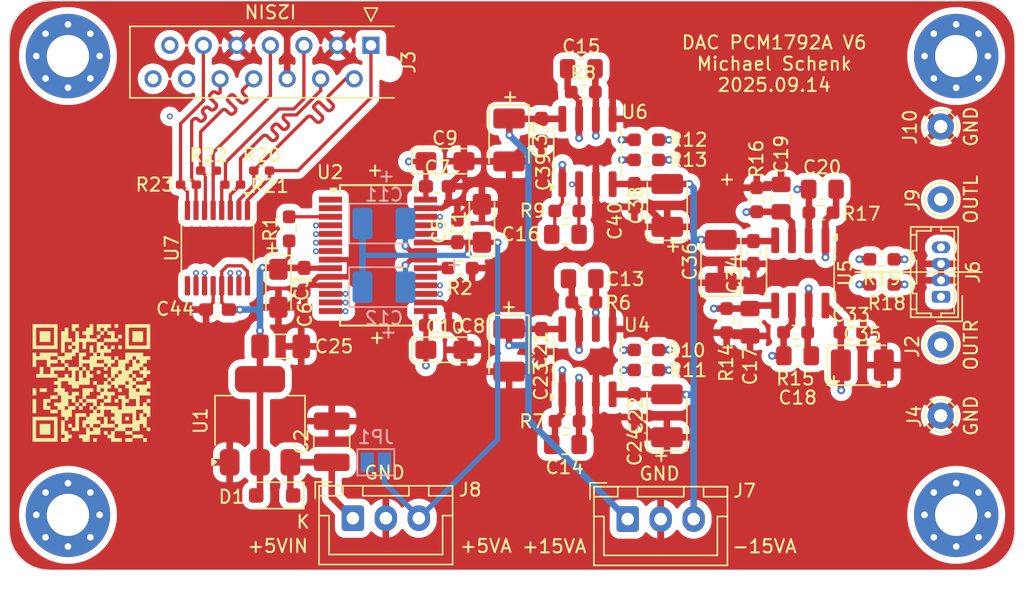
<source format=kicad_pcb>
(kicad_pcb (version 20241229) (generator "pcbnew") (generator_version "9.0")
  (layers (0 "F.Cu" mixed) (4 "In1.Cu" signal) (6 "In2.Cu" signal) (2 "B.Cu" mixed) (13 "F.Paste" user) (15 "B.Paste" user) (5 "F.SilkS" user "F.Silkscreen") (7 "B.SilkS" user "B.Silkscreen") (1 "F.Mask" user) (3 "B.Mask" user) (25 "Edge.Cuts" user))
  (net 0 "")
  (net 1 "GND")
  (net 2 "+3V3")
  (net 3 "MCLK")
  (net 4 "BCK")
  (net 5 "LRCK")
  (net 6 "DATAIN")
  (net 7 "+5VA")
  (net 8 "-15V")
  (net 9 "+15V")
  (net 10 "/+5VIN")
  (net 11 "Net-(U2-VCOML)")
  (net 12 "Net-(U2-VCOMR)")
  (net 13 "Net-(U2-IOUTR+)")
  (net 14 "Net-(C13-Pad1)")
  (net 15 "Net-(U2-IOUTR-)")
  (net 16 "Net-(C14-Pad1)")
  (net 17 "Net-(U2-IOUTL+)")
  (net 18 "Net-(C15-Pad1)")
  (net 19 "Net-(U2-IOUTL-)")
  (net 20 "Net-(C16-Pad1)")
  (net 21 "Net-(U5B-+)")
  (net 22 "Net-(U5B--)")
  (net 23 "Net-(U5A-+)")
  (net 24 "Net-(U5A--)")
  (net 25 "RESET")
  (net 26 "SCL")
  (net 27 "SDA")
  (net 28 "Net-(C18-Pad2)")
  (net 29 "Net-(C20-Pad2)")
  (net 30 "Net-(J2-Pin_1)")
  (net 31 "Net-(J6-Pin_4)")
  (net 32 "/BCLK-")
  (net 33 "/MCLK-")
  (net 34 "Net-(U2-MSEL)")
  (net 35 "Net-(U2-IREF)")
  (net 38 "/DATAIN-")
  (net 39 "/DATAIN+")
  (net 40 "/LRCLK-")
  (net 41 "/MCLK+")
  (net 42 "/BCLK+")
  (net 43 "/LRCLK+")
  (footprint "MountingHole:MountingHole_3.2mm_M3_Pad_Via" (layer "F.Cu") (at 113.03 71.882)
    (property "Reference" "H1" (hide yes))
    (property "Value" "MountingHole")
  )
  (footprint "MountingHole:MountingHole_3.2mm_M3_Pad_Via" (layer "F.Cu") (at 113.03 106.68)
    (property "Reference" "H4" (hide yes))
    (property "Value" "MountingHole")
  )
  (footprint "MountingHole:MountingHole_3.2mm_M3_Pad_Via" (layer "F.Cu") (at 180.34 106.68)
    (property "Reference" "H3" (hide yes))
    (property "Value" "MountingHole")
  )
  (footprint "MountingHole:MountingHole_3.2mm_M3_Pad_Via" (layer "F.Cu") (at 180.34 71.882)
    (property "Reference" "H2" (hide yes))
    (property "Value" "MountingHole")
  )
  (footprint "Connector_Pin:Pin_D1.0mm_L10.0mm" (layer "F.Cu") (at 179.1716 77.2287)
    (property "Reference" "J10")
    (property "Value" "GNDL")
  )
  (footprint "Capacitor_Tantalum_SMD:CP_EIA-3528-12_Kemet-T_HandSolder" (layer "F.Cu") (at 173.2299 95.3262)
    (property "Reference" "C35")
    (property "Value" "10uF/25V")
  )
  (footprint "Capacitor_Tantalum_SMD:CP_EIA-3528-12_Kemet-T_HandSolder" (layer "F.Cu") (at 162.5092 87.4503 90)
    (property "Reference" "C36")
    (property "Value" "10uF/25V")
  )
  (footprint "Capacitor_SMD:C_0603_1608Metric_Pad1.08x0.95mm_HandSolder" (layer "F.Cu") (at 172.4395 92.837)
    (property "Reference" "C33")
    (property "Value" "1uF")
  )
  (footprint "Capacitor_SMD:C_0603_1608Metric_Pad1.08x0.95mm_HandSolder" (layer "F.Cu") (at 164.973 86.778 90)
    (property "Reference" "C34")
    (property "Value" "1uF")
  )
  (footprint "Capacitor_Tantalum_SMD:CP_EIA-3528-12_Kemet-T_HandSolder" (layer "F.Cu") (at 146.4564 78.2451 -90)
    (property "Reference" "C37")
    (property "Value" "10uF/25V")
  )
  (footprint "Package_SO:SOIC-8_3.9x4.9mm_P1.27mm" (layer "F.Cu") (at 152.4 79.1225 90)
    (property "Reference" "U6")
    (property "Value" "OPA1612")
  )
  (footprint "Capacitor_SMD:C_0603_1608Metric_Pad1.08x0.95mm_HandSolder" (layer "F.Cu") (at 155.956 82.4495 90)
    (property "Reference" "C40")
    (property "Value" "1uF")
  )
  (footprint "Capacitor_SMD:C_0603_1608Metric_Pad1.08x0.95mm_HandSolder" (layer "F.Cu") (at 148.9075 77.507 -90)
    (property "Reference" "C39")
    (property "Value" "1uF")
  )
  (footprint "Capacitor_Tantalum_SMD:CP_EIA-3528-12_Kemet-T_HandSolder" (layer "F.Cu") (at 158.4452 83.211 90)
    (property "Reference" "C38")
    (property "Value" "10uF/25V")
  )
  (footprint "Connector_Pin:Pin_D1.0mm_L10.0mm" (layer "F.Cu") (at 179.1716 82.7532)
    (property "Reference" "J9")
    (property "Value" "OUTL")
  )
  (footprint "Capacitor_SMD:C_0805_2012Metric_Pad1.18x1.45mm_HandSolder" (layer "F.Cu") (at 151.9975 88.773)
    (property "Reference" "C13")
    (property "Value" "2.2nF/1%")
  )
  (footprint "Capacitor_SMD:C_0805_2012Metric_Pad1.18x1.45mm_HandSolder" (layer "F.Cu") (at 150.7275 101.346)
    (property "Reference" "C14")
    (property "Value" "2.2nF/1%")
  )
  (footprint "Capacitor_SMD:C_0805_2012Metric_Pad1.18x1.45mm_HandSolder" (layer "F.Cu") (at 151.934 72.8345)
    (property "Reference" "C15")
    (property "Value" "2.2nF/1%")
  )
  (footprint "Capacitor_SMD:C_0805_2012Metric_Pad1.18x1.45mm_HandSolder" (layer "F.Cu") (at 150.7275 85.4075)
    (property "Reference" "C16")
    (property "Value" "2.2nF/1%")
  )
  (footprint "Capacitor_Tantalum_SMD:CP_EIA-3528-12_Kemet-T_HandSolder" (layer "F.Cu") (at 146.4564 94.1851 -90)
    (property "Reference" "C21")
    (property "Value" "10uF/25V")
  )
  (footprint "Capacitor_Tantalum_SMD:CP_EIA-3528-12_Kemet-T_HandSolder" (layer "F.Cu") (at 158.4198 99.1635 90)
    (property "Reference" "C22")
    (property "Value" "10uF/25V")
  )
  (footprint "Capacitor_SMD:C_0603_1608Metric_Pad1.08x0.95mm_HandSolder" (layer "F.Cu") (at 148.9075 93.4455 -90)
    (property "Reference" "C23")
    (property "Value" "1uF")
  )
  (footprint "Capacitor_SMD:C_0603_1608Metric_Pad1.08x0.95mm_HandSolder" (layer "F.Cu") (at 155.956 98.3985 90)
    (property "Reference" "C24")
    (property "Value" "1uF")
  )
  (footprint "Connector_Pin:Pin_D1.0mm_L10.0mm" (layer "F.Cu") (at 179.1716 99.1616)
    (property "Reference" "J4")
    (property "Value" "GNDR")
  )
  (footprint "Resistor_SMD:R_0603_1608Metric_Pad0.98x0.95mm_HandSolder" (layer "F.Cu") (at 129.794 84.9865 90)
    (property "Reference" "R1")
    (property "Value" "4k7")
  )
  (footprint "Resistor_SMD:R_0603_1608Metric_Pad0.98x0.95mm_HandSolder" (layer "F.Cu") (at 142.748 87.9602 180)
    (property "Reference" "R2")
    (property "Value" "10k/0.1%")
  )
  (footprint "Resistor_SMD:R_0603_1608Metric_Pad0.98x0.95mm_HandSolder" (layer "F.Cu") (at 152.1225 90.551)
    (property "Reference" "R6")
    (property "Value" "750R/0.1%")
  )
  (footprint "Resistor_SMD:R_0603_1608Metric_Pad0.98x0.95mm_HandSolder" (layer "F.Cu") (at 150.8525 99.568)
    (property "Reference" "R7")
    (property "Value" "750R/0.1%")
  )
  (footprint "Resistor_SMD:R_0603_1608Metric_Pad0.98x0.95mm_HandSolder" (layer "F.Cu") (at 152.0825 74.6125)
    (property "Reference" "R8")
    (property "Value" "750R/0.1%")
  )
  (footprint "Resistor_SMD:R_0603_1608Metric_Pad0.98x0.95mm_HandSolder" (layer "F.Cu") (at 150.836 83.6295)
    (property "Reference" "R9")
    (property "Value" "750R/0.1%")
  )
  (footprint "Resistor_SMD:R_0603_1608Metric_Pad0.98x0.95mm_HandSolder" (layer "F.Cu") (at 156.8685 94.1705 180)
    (property "Reference" "R10")
    (property "Value" "560R/0.1%")
  )
  (footprint "Resistor_SMD:R_0603_1608Metric_Pad0.98x0.95mm_HandSolder" (layer "F.Cu") (at 156.8685 95.6945 180)
    (property "Reference" "R11")
    (property "Value" "560R/0.1%")
  )
  (footprint "Resistor_SMD:R_0603_1608Metric_Pad0.98x0.95mm_HandSolder" (layer "F.Cu") (at 156.8685 78.232 180)
    (property "Reference" "R12")
    (property "Value" "560R/0.1%")
  )
  (footprint "Resistor_SMD:R_0603_1608Metric_Pad0.98x0.95mm_HandSolder" (layer "F.Cu") (at 156.8685 79.756 180)
    (property "Reference" "R13")
    (property "Value" "560R/0.1%")
  )
  (footprint "Resistor_SMD:R_0603_1608Metric_Pad0.98x0.95mm_HandSolder" (layer "F.Cu") (at 174.712 89.2048 180)
    (property "Reference" "R18")
    (property "Value" "100R/0.1%")
  )
  (footprint "Resistor_SMD:R_0603_1608Metric_Pad0.98x0.95mm_HandSolder" (layer "F.Cu") (at 174.712 87.2998 180)
    (property "Reference" "R19")
    (property "Value" "100R/0.1%")
  )
  (footprint "Package_SO:SOIC-8_3.9x4.9mm_P1.27mm" (layer "F.Cu") (at 168.529 88.3285 -90)
    (property "Reference" "U5")
    (property "Value" "OPA1612")
  )
  (footprint "Package_SO:SOIC-8_3.9x4.9mm_P1.27mm" (layer "F.Cu") (at 152.4 95.0595 90)
    (property "Reference" "U4")
    (property "Value" "OPA1612")
  )
  (footprint "Capacitor_SMD:C_0805_2012Metric_Pad1.18x1.45mm_HandSolder" (layer "F.Cu") (at 164.719 92.0711 90)
    (property "Reference" "C17")
    (property "Value" "2.7nF/1%")
  )
  (footprint "Capacitor_SMD:C_0805_2012Metric_Pad1.18x1.45mm_HandSolder" (layer "F.Cu") (at 168.32 94.615)
    (property "Reference" "C18")
    (property "Value" "2.7nF/1%")
  )
  (footprint "Capacitor_SMD:C_0805_2012Metric_Pad1.18x1.45mm_HandSolder" (layer "F.Cu") (at 167.0685 82.6555 -90)
    (property "Reference" "C19")
    (property "Value" "2.7nF/1%")
  )
  (footprint "Capacitor_SMD:C_0805_2012Metric_Pad1.18x1.45mm_HandSolder" (layer "F.Cu") (at 170.2015 81.9785)
    (property "Reference" "C20")
    (property "Value" "2.7nF/1%")
  )
  (footprint "Resistor_SMD:R_0603_1608Metric_Pad0.98x0.95mm_HandSolder" (layer "F.Cu") (at 162.941 91.9461 90)
    (property "Reference" "R14")
    (property "Value" "270R/0.1%")
  )
  (footprint "Resistor_SMD:R_0603_1608Metric_Pad0.98x0.95mm_HandSolder" (layer "F.Cu") (at 168.1715 92.837)
    (property "Reference" "R15")
    (property "Value" "270R/0.1%")
  )
  (footprint "Resistor_SMD:R_0603_1608Metric_Pad0.98x0.95mm_HandSolder" (layer "F.Cu") (at 165.227 82.7805 -90)
    (property "Reference" "R16")
    (property "Value" "270R/0.1%")
  )
  (footprint "Resistor_SMD:R_0603_1608Metric_Pad0.98x0.95mm_HandSolder" (layer "F.Cu") (at 170.093 83.7565)
    (property "Reference" "R17")
    (property "Value" "270R/0.1%")
  )
  (footprint "Capacitor_SMD:C_0603_1608Metric_Pad1.08x0.95mm_HandSolder" (layer "F.Cu") (at 141.0197 81.7626)
    (property "Reference" "C7")
    (property "Value" "1uF")
  )
  (footprint "Capacitor_SMD:C_0603_1608Metric_Pad1.08x0.95mm_HandSolder" (layer "F.Cu") (at 141.0197 92.3036)
    (property "Reference" "C8")
    (property "Value" "1uF")
  )
  (footprint "Capacitor_Tantalum_SMD:CP_EIA-3216-18_Kemet-A_HandSolder" (layer "F.Cu") (at 141.5972 79.8576)
    (property "Reference" "C9")
    (property "Value" "10uF/10V")
  )
  (footprint "Capacitor_Tantalum_SMD:CP_EIA-3216-18_Kemet-A_HandSolder" (layer "F.Cu") (at 144.399 84.5644 90)
    (property "Reference" "C1")
    (property "Value" "10uF/10V")
  )
  (footprint "Capacitor_Tantalum_SMD:CP_EIA-3216-18_Kemet-A_HandSolder" (layer "F.Cu") (at 141.5972 94.1578)
    (property "Reference" "C10")
    (property "Value" "10uF/10V")
  )
  (footprint "Package_SO:SSOP-28_5.3x10.2mm_P0.65mm" (layer "F.Cu") (at 136.525 86.995)
    (property "Reference" "U2")
    (property "Value" "PCM1792A")
  )
  (footprint "Capacitor_Tantalum_SMD:CP_EIA-3216-18_Kemet-A_HandSolder" (layer "F.Cu") (at 128.9812 89.4965 -90)
    (property "Reference" "C3")
    (property "Value" "10uF/10V")
  )
  (footprint "Capacitor_SMD:C_0603_1608Metric_Pad1.08x0.95mm_HandSolder" (layer "F.Cu") (at 142.5448 85.1419 90)
    (property "Reference" "C5")
    (property "Value" "1uF")
  )
  (footprint "Capacitor_SMD:C_0603_1608Metric_Pad1.08x0.95mm_HandSolder" (layer "F.Cu") (at 130.937 88.81 -90)
    (property "Reference" "C6")
    (property "Value" "1uF")
  )
  (footprint "Connector_Pin:Pin_D1.0mm_L10.0mm" (layer "F.Cu") (at 179.1716 93.7641)
    (property "Reference" "J2")
    (property "Value" "OUTR")
  )
  (footprint "Capacitor_SMD:C_1210_3225Metric_Pad1.33x2.70mm_HandSolder" (layer "F.Cu") (at 133.0198 101.1305 90)
    (property "Reference" "C2")
    (property "Value" "22uF/25V")
  )
  (footprint "Resistor_SMD:R_0402_1005Metric_Pad0.72x0.64mm_HandSolder" (layer "F.Cu") (at 122.1619 81.6356)
    (property "Reference" "R23")
    (property "Value" "100R")
  )
  (footprint "Connector_JST:JST_XH_B3B-XH-A_1x03_P2.50mm_Vertical" (layer "F.Cu") (at 155.445 107)
    (property "Reference" "J7")
    (property "Value" "+15/-15VAIN")
  )
  (footprint "Diode_SMD:D_SOD-123F" (layer "F.Cu") (at 128.6988 105.2068 180)
    (property "Reference" "D1")
    (property "Value" "SM4002PL-TP")
  )
  (footprint "Connector_JST:JST_XH_B3B-XH-A_1x03_P2.50mm_Vertical" (layer "F.Cu") (at 134.62 106.934)
    (property "Reference" "J8")
    (property "Value" "+5VIN/+5VAIN")
  )
  (footprint "Resistor_SMD:R_0402_1005Metric_Pad0.72x0.64mm_HandSolder" (layer "F.Cu") (at 123.6859 80.5688)
    (property "Reference" "R22")
    (property "Value" "100R")
  )
  (footprint "LOGO" (layer "F.Cu") (at 114.808 96.6724)
    (property "Reference" "G***" (hide yes))
    (property "Value" "LOGO" (hide yes))
  )
  (footprint "Resistor_SMD:R_0402_1005Metric_Pad0.72x0.64mm_HandSolder" (layer "F.Cu") (at 127.7112 80.5688)
    (property "Reference" "R20")
    (property "Value" "100R")
  )
  (footprint "Package_SO:TSSOP-16_4.4x5mm_P0.65mm" (layer "F.Cu") (at 124.359 86.4439 -90)
    (property "Reference" "U7")
    (property "Value" "FIN1048MTCX")
  )
  (footprint "Capacitor_SMD:C_0603_1608Metric_Pad1.08x0.95mm_HandSolder" (layer "F.Cu") (at 124.3595 91.1098)
    (property "Reference" "C44")
    (property "Value" "1uF")
  )
  (footprint "Connector_Hirose:Hirose_DF13-04P-1.25DSA_1x04_P1.25mm_Vertical" (layer "F.Cu") (at 179.189 90.14 90)
    (property "Reference" "J6")
    (property "Value" "Conn_01x04")
  )
  (footprint "Package_TO_SOT_SMD:SOT-223-3_TabPin2" (layer "F.Cu") (at 127.5842 99.543 90)
    (property "Reference" "U1")
    (property "Value" "TLV1117-33")
  )
  (footprint "Resistor_SMD:R_0402_1005Metric_Pad0.72x0.64mm_HandSolder" (layer "F.Cu") (at 125.5147 81.6356)
    (property "Reference" "R21")
    (property "Value" "100R")
  )
  (footprint "Connector_TE-Connectivity:TE_Micro-MaTch_1-215079-4_2x07_P1.27mm_Vertical" (layer "F.Cu") (at 135.9916 71.0692 -90)
    (property "Reference" "J3")
    (property "Value" "Conn_01x15")
  )
  (footprint "Capacitor_SMD:C_1206_3216Metric_Pad1.33x1.80mm_HandSolder" (layer "F.Cu") (at 129.1459 93.9038)
    (property "Reference" "C25")
    (property "Value" "10uF/50V")
  )
  (footprint "Capacitor_Tantalum_SMD:CP_EIA-3528-21_Kemet-B_HandSolder" (layer "B.Cu") (at 136.9803 84.582)
    (property "Reference" "C11")
    (property "Value" "47uF/16V")
  )
  (footprint "Capacitor_Tantalum_SMD:CP_EIA-3528-21_Kemet-B_HandSolder" (layer "B.Cu") (at 136.9803 89.408)
    (property "Reference" "C12")
    (property "Value" "47uF/16V")
  )
  (footprint "Jumper:SolderJumper-2_P1.3mm_Open_Pad1.0x1.5mm" (layer "B.Cu") (at 136.3622 102.6922 180)
    (property "Reference" "JP1")
    (property "Value" "SolderJumper_2_Open")
  )
  (gr_line (start 172.6946 88.265) (end 182.2958 88.265) (stroke (width 0.12)) (layer "F.SilkS"))
  (gr_line (start 108.59533 107.86067) (end 108.595316 70.701316) (stroke (width 0.05)) (layer "Edge.Cuts"))
  (gr_arc (start 108.595316 70.701316) (mid 109.474 68.58) (end 111.595316 67.701316) (stroke (width 0.1)) (layer "Edge.Cuts"))
  (gr_line (start 111.595316 67.701316) (end 181.77468 67.70132) (stroke (width 0.05)) (layer "Edge.Cuts"))
  (gr_line (start 184.77468 70.70132) (end 184.77467 107.86067) (stroke (width 0.05)) (layer "Edge.Cuts"))
  (gr_arc (start 181.77468 67.70132) (mid 183.896 68.58) (end 184.77468 70.70132) (stroke (width 0.1)) (layer "Edge.Cuts"))
  (gr_arc (start 111.59533 110.86067) (mid 109.474 109.982) (end 108.59533 107.86067) (stroke (width 0.1)) (layer "Edge.Cuts"))
  (gr_arc (start 184.77467 107.86067) (mid 183.896 109.982) (end 181.77467 110.86067) (stroke (width 0.1)) (layer "Edge.Cuts"))
  (gr_line (start 181.77467 110.86067) (end 111.59533 110.86067) (stroke (width 0.05)) (layer "Edge.Cuts"))
  (gr_text "I2SIN" (at 128.3716 68.4784 180) (layer "F.SilkS") (effects (font (size 1 1))))
  (gr_text "+5VA" (at 144.7038 109.0422 0) (layer "F.SilkS") (effects (font (size 1 1))))
  (gr_text "GND" (at 157.861 103.5558 0) (layer "F.SilkS") (effects (font (size 1 1))))
  (gr_text "-15VA" (at 165.8112 109.0676 0) (layer "F.SilkS") (effects (font (size 1 1))))
  (gr_text "+15VA" (at 149.8854 109.0676 0) (layer "F.SilkS") (effects (font (size 1 1))))
  (gr_text "DAC PCM1792A V6\nMichael Schenk\n2025.09.14" (at 166.5478 72.4662 0) (layer "F.SilkS") (effects (font (size 1 1))))
  (gr_text "GND" (at 181.4576 77.2287 90) (layer "F.SilkS") (effects (font (size 1 1))))
  (gr_text "OUTR" (at 181.4576 93.7768 90) (layer "F.SilkS") (effects (font (size 1 1))))
  (gr_text "GND" (at 181.4576 99.1616 90) (layer "F.SilkS") (effects (font (size 1 1))))
  (gr_text "OUTL" (at 181.4576 82.7532 90) (layer "F.SilkS") (effects (font (size 1 1))))
  (gr_text "+" (at 135.7376 93.7768 0) (layer "F.SilkS") (effects (font (size 1 1)) (justify left bottom)))
  (gr_text "+" (at 135.5852 81.0768 0) (layer "F.SilkS") (effects (font (size 1 1)) (justify left bottom)))
  (gr_text "+" (at 162.2552 81.7626 0) (layer "F.SilkS") (effects (font (size 1 1)) (justify left bottom)))
  (gr_text "K" (at 130.2512 107.7976 0) (layer "F.SilkS") (effects (font (size 1 1)) (justify left bottom)))
  (gr_text "GND" (at 137.033 103.4796 0) (layer "F.SilkS") (effects (font (size 1 1))))
  (gr_text "+" (at 145.7198 91.44 0) (layer "F.SilkS") (effects (font (size 1 1)) (justify left bottom)))
  (gr_text "+" (at 145.8214 75.5142 0) (layer "F.SilkS") (effects (font (size 1 1)) (justify left bottom)))
  (gr_text "+" (at 158.1658 86.8426 0) (layer "F.SilkS") (effects (font (size 1 1)) (justify left bottom)))
  (gr_text "+5VIN" (at 128.9304 109.0422 0) (layer "F.SilkS") (effects (font (size 1 1))))
  (gr_text "+" (at 127.7874 86.9696 0) (layer "F.SilkS") (effects (font (size 1 1)) (justify left bottom)))
  (gr_text "+" (at 157.2768 102.7176 0) (layer "F.SilkS") (effects (font (size 1 1)) (justify left bottom)))
  (gr_text "+" (at 170.3578 97.0534 0) (layer "F.SilkS") (effects (font (size 1 1)) (justify left bottom)))
  (gr_text "+" (at 136.4488 81.534 0) (layer "B.SilkS") (effects (font (size 1 1)) (justify left bottom)))
  (gr_text "+" (at 136.6012 93.3704 0) (layer "B.SilkS") (effects (font (size 1 1)) (justify left bottom)))
  (gr_text "+" (at 141.5796 88.2396 0) (layer "B.SilkS") (effects (font (size 1 1)) (justify left bottom)))
  (segment (start 124.034 89.3064) (end 124.034 90.5728) (width 0.25) (layer "F.Cu") (net 1))
  (segment (start 147.4029 95.8126) (end 148.9075 94.308) (width 0.5) (layer "F.Cu") (net 1))
  (segment (start 153.035 99.2886) (end 154.432 100.6856) (width 0.5) (layer "F.Cu") (net 1))
  (segment (start 134.366 88.454) (end 134.366 87.32) (width 0.4) (layer "F.Cu") (net 1))
  (segment (start 141.8822 91.0522) (end 141.8822 92.3036) (width 0.4) (layer "F.Cu") (net 1))
  (segment (start 158.4198 100.791) (end 157.486 100.791) (width 0.5) (layer "F.Cu") (net 1))
  (segment (start 143.0372 79.8576) (end 143.0372 80.6076) (width 0.5) (layer "F.Cu") (net 1))
  (segment (start 156.9187 83.312) (end 158.4452 84.8385) (width 0.5) (layer "F.Cu") (net 1))
  (segment (start 134.2 88.62) (end 134.366 88.454) (width 0.4) (layer "F.Cu") (net 1))
  (segment (start 141.8822 82.9378) (end 141.8822 81.7626) (width 0.4) (layer "F.Cu") (net 1))
  (segment (start 132.925 89.27) (end 131.3395 89.27) (width 0.4) (layer "F.Cu") (net 1))
  (segment (start 153.035 81.5975) (end 153.035 82.9818) (width 0.5) (layer "F.Cu") (net 1))
  (segment (start 132.925 88.62) (end 134.2 88.62) (width 0.4) (layer "F.Cu") (net 1))
  (segment (start 153.035 82.9818) (end 154.5336 84.4804) (width 0.5) (layer "F.Cu") (net 1))
  (segment (start 124.034 90.5728) (end 123.497 91.1098) (width 0.25) (layer "F.Cu") (net 1))
  (segment (start 134.366 87.32) (end 134.8688 87.32) (width 0.4) (layer "F.Cu") (net 1))
  (segment (start 129.673 90.9365) (end 130.937 89.6725) (width 0.5) (layer "F.Cu") (net 1))
  (segment (start 128.9812 90.9365) (end 129.673 90.9365) (width 0.5) (layer "F.Cu") (net 1))
  (segment (start 132.925 87.32) (end 134.366 87.32) (width 0.4) (layer "F.Cu") (net 1))
  (segment (start 143.0372 94.1578) (end 143.0372 93.4586) (width 0.5) (layer "F.Cu") (net 1))
  (segment (start 155.956 83.312) (end 156.9187 83.312) (width 0.5) (layer "F.Cu") (net 1))
  (segment (start 143.6998 83.1244) (end 142.5448 84.2794) (width 0.5) (layer "F.Cu") (net 1))
  (segment (start 146.4564 95.8126) (end 147.4029 95.8126) (width 0.5) (layer "F.Cu") (net 1))
  (segment (start 148.9075 78.3695) (end 147.9595 78.3695) (width 0.5) (layer "F.Cu") (net 1))
  (segment (start 131.9895 88.62) (end 132.925 88.62) (width 0.4) (layer "F.Cu") (net 1))
  (segment (start 143.0372 80.6076) (end 141.8822 81.7626) (width 0.5) (layer "F.Cu") (net 1))
  (segment (start 134.8688 87.32) (end 134.874 87.3252) (width 0.4) (layer "F.Cu") (net 1))
  (segment (start 130.937 89.6725) (end 131.9895 88.62) (width 0.4) (layer "F.Cu") (net 1))
  (segment (start 129.6416 73.6092) (end 129.6416 69.3928) (width 0.5) (layer "F.Cu") (net 1))
  (segment (start 140.125 83.42) (end 141.4 83.42) (width 0.4) (layer "F.Cu") (net 1))
  (segment (start 143.0372 93.4586) (end 141.8822 92.3036) (width 0.5) (layer "F.Cu") (net 1))
  (segment (start 131.3395 89.27) (end 130.937 89.6725) (width 0.4) (layer "F.Cu") (net 1))
  (segment (start 134.975 88.62) (end 134.9756 88.6206) (width 0.4) (layer "F.Cu") (net 1))
  (segment (start 144.399 83.1244) (end 143.6998 83.1244) (width 0.5) (layer "F.Cu") (net 1))
  (segment (start 140.125 90.57) (end 141.4 90.57) (width 0.4) (layer "F.Cu") (net 1))
  (segment (start 141.4 90.57) (end 141.8822 91.0522) (width 0.4) (layer "F.Cu") (net 1))
  (segment (start 141.4 83.42) (end 141.8822 82.9378) (width 0.4) (layer "F.Cu") (net 1))
  (segment (start 132.925 88.62) (end 134.975 88.62) (width 0.4) (layer "F.Cu") (net 1))
  (segment (start 153.035 97.5345) (end 153.035 99.2886) (width 0.5) (layer "F.Cu") (net 1))
  (segment (start 147.9595 78.3695) (end 146.4564 79.8726) (width 0.5) (layer "F.Cu") (net 1))
  (segment (start 157.486 100.791) (end 155.956 99.261) (width 0.5) (layer "F.Cu") (net 1))
  (segment (start 126.212232 87.7902) (end 126.634 88.211968) (width 0.25) (layer "F.Cu") (net 2))
  (segment (start 127.7882 87.934) (end 127.7874 87.9348) (width 0.5) (layer "F.Cu") (net 2))
  (segment (start 126.0602 91.1098) (end 125.222 91.1098) (width 0.5) (layer "F.Cu") (net 2))
  (segment (start 132.925 87.97) (end 130.9595 87.97) (width 0.4) (layer "F.Cu") (net 2))
  (segment (start 127.5842 96.393) (end 127.5842 93.9046) (width 0.5) (layer "F.Cu") (net 2))
  (segment (start 127.5842 93.9046) (end 127.5834 93.9038) (width 0.5) (layer "F.Cu") (net 2))
  (segment (start 124.684 89.3064) (end 124.684 88.211965) (width 0.25) (layer "F.Cu") (net 2))
  (segment (start 127.5842 104.9214) (end 127.2988 105.2068) (width 0.5) (layer "F.Cu") (net 2))
  (segment (start 129.794 85.899) (end 129.794 87.1212) (width 0.25) (layer "F.Cu") (net 2))
  (segment (start 127.5834 92.7108) (end 127.5842 92.71) (width 0.5) (layer "F.Cu") (net 2))
  (segment (start 127.5834 93.9038) (end 127.5834 92.7108) (width 0.5) (layer "F.Cu") (net 2))
  (segment (start 126.634 88.211968) (end 126.634 89.3064) (width 0.25) (layer "F.Cu") (net 2))
  (segment (start 124.684 88.211965) (end 125.105765 87.7902) (width 0.25) (layer "F.Cu") (net 2))
  (segment (start 130.937 87.9475) (end 128.9947 87.9475) (width 0.5) (layer "F.Cu") (net 2))
  (segment (start 130.9595 87.97) (end 130.937 87.9475) (width 0.4) (layer "F.Cu") (net 2))
  (segment (start 125.105765 87.7902) (end 126.212232 87.7902) (width 0.25) (layer "F.Cu") (net 2))
  (segment (start 124.684 90.5718) (end 125.222 91.1098) (width 0.25) (layer "F.Cu") (net 2))
  (segment (start 128.9947 87.9475) (end 128.9812 87.934) (width 0.5) (layer "F.Cu") (net 2))
  (segment (start 127.5842 102.693) (end 127.5842 104.9214) (width 0.5) (layer "F.Cu") (net 2))
  (segment (start 129.794 87.1212) (end 128.9812 87.934) (width 0.25) (layer "F.Cu") (net 2))
  (segment (start 127.5842 102.693) (end 127.5842 96.393) (width 0.5) (layer "F.Cu") (net 2))
  (segment (start 128.9812 87.934) (end 127.7882 87.934) (width 0.5) (layer "F.Cu") (net 2))
  (segment (start 124.684 89.3064) (end 124.684 90.5718) (width 0.25) (layer "F.Cu") (net 2))
  (via (at 127.5842 92.71) (size 0.6) (drill 0.3) (layers "F.Cu" "B.Cu") (net 2))
  (via (at 127.7874 87.9348) (size 0.6) (drill 0.3) (layers "F.Cu" "B.Cu") (net 2))
  (via (at 126.0602 91.1098) (size 0.6) (drill 0.3) (layers "F.Cu" "B.Cu") (net 2))
  (segment (start 127.5842 92.71) (end 127.5842 91.1098) (width 0.5) (layer "B.Cu") (net 2))
  (segment (start 127.5842 91.1098) (end 127.5842 88.138) (width 0.5) (layer "B.Cu") (net 2))
  (segment (start 127.5842 91.1098) (end 126.0602 91.1098) (width 0.5) (layer "B.Cu") (net 2))
  (segment (start 127.5842 88.138) (end 127.7874 87.9348) (width 0.5) (layer "B.Cu") (net 2))
  (segment (start 125.984 88.3412) (end 125.984 89.3064) (width 0.25) (layer "F.Cu") (net 3))
  (segment (start 132.925 86.67) (end 131.840409 86.67) (width 0.25) (layer "F.Cu") (net 3))
  (segment (start 131.840409 86.67) (end 131.826 86.684409) (width 0.25) (layer "F.Cu") (net 3))
  (via (at 131.826 86.684409) (size 0.45) (drill 0.225) (layers "F.Cu" "B.Cu") (net 3))
  (via (at 125.984 88.3412) (size 0.45) (drill 0.225) (layers "F.Cu" "B.Cu") (net 3))
  (segment (start 131.840406 86.02) (end 131.826 86.034406) (width 0.25) (layer "F.Cu") (net 4))
  (segment (start 132.925 86.02) (end 131.840406 86.02) (width 0.25) (layer "F.Cu") (net 4))
  (segment (start 125.333997 88.3412) (end 125.333997 89.306397) (width 0.25) (layer "F.Cu") (net 4))
  (segment (start 125.333997 89.306397) (end 125.334 89.3064) (width 0.25) (layer "F.Cu") (net 4))
  (via (at 125.333997 88.3412) (size 0.45) (drill 0.225) (layers "F.Cu" "B.Cu") (net 4))
  (via (at 131.826 86.034406) (size 0.45) (drill 0.225) (layers "F.Cu" "B.Cu") (net 4))
  (segment (start 132.925 84.72) (end 131.8404 84.72) (width 0.25) (layer "F.Cu") (net 5))
  (segment (start 131.8404 84.72) (end 131.826 84.7344) (width 0.25) (layer "F.Cu") (net 5))
  (segment (start 122.7328 88.3412) (end 122.7328 89.3052) (width 0.25) (layer "F.Cu") (net 5))
  (segment (start 122.7328 89.3052) (end 122.734 89.3064) (width 0.25) (layer "F.Cu") (net 5))
  (via (at 131.826 84.7344) (size 0.45) (drill 0.225) (layers "F.Cu" "B.Cu") (net 5))
  (via (at 122.7328 88.3412) (size 0.45) (drill 0.225) (layers "F.Cu" "B.Cu") (net 5))
  (segment (start 131.840403 85.37) (end 131.826 85.384403) (width 0.25) (layer "F.Cu") (net 6))
  (segment (start 123.3932 88.3412) (end 123.3932 89.2972) (width 0.25) (layer "F.Cu") (net 6))
  (segment (start 123.3932 89.2972) (end 123.384 89.3064) (width 0.25) (layer "F.Cu") (net 6))
  (segment (start 132.925 85.37) (end 131.840403 85.37) (width 0.25) (layer "F.Cu") (net 6))
  (via (at 131.826 85.384403) (size 0.45) (drill 0.225) (layers "F.Cu" "B.Cu") (net 6))
  (via (at 123.3932 88.3412) (size 0.45) (drill 0.225) (layers "F.Cu" "B.Cu") (net 6))
  (segment (start 144.399 86.0044) (end 145.5674 86.0044) (width 0.4) (layer "F.Cu") (net 7))
  (segment (start 142.5448 86.0044) (end 143.3322 86.0044) (width 0.4) (layer "F.Cu") (net 7))
  (segment (start 142.5292 86.02) (end 142.5448 86.0044) (width 0.4) (layer "F.Cu") (net 7))
  (segment (start 140.1572 94.1578) (end 140.1572 92.3036) (width 0.4) (layer "F.Cu") (net 7))
  (segment (start 145.5674 86.0044) (end 145.5928 86.0298) (width 0.4) (layer "F.Cu") (net 7))
  (segment (start 140.1445 91.2395) (end 140.125 91.22) (width 0.25) (layer "F.Cu") (net 7))
  (segment (start 138.8618 79.883) (end 140.1318 79.883) (width 0.4) (layer "F.Cu") (net 7))
  (segment (start 140.1572 82.7378) (end 140.125 82.77) (width 0.4) (layer "F.Cu") (net 7))
  (segment (start 140.1572 92.3036) (end 140.1572 91.2522) (width 0.4) (layer "F.Cu") (net 7))
  (segment (start 140.1406 86.0044) (end 140.125 86.02) (width 0.4) (layer "F.Cu") (net 7))
  (segment (start 140.1572 79.8576) (end 140.1572 81.7626) (width 0.4) (layer "F.Cu") (net 7))
  (segment (start 143.3322 86.0044) (end 143.3322 86.9188) (width 0.4) (layer "F.Cu") (net 7))
  (segment (start 140.1572 91.2522) (end 140.125 91.22) (width 0.4) (layer "F.Cu") (net 7))
  (segment (start 140.1572 81.7626) (end 140.1572 82.7378) (width 0.4) (layer "F.Cu") (net 7))
  (segment (start 143.3322 86.0044) (end 144.399 86.0044) (width 0.4) (layer "F.Cu") (net 7))
  (segment (start 140.125 86.02) (end 142.5292 86.02) (width 0.4) (layer "F.Cu") (net 7))
  (segment (start 140.1318 79.883) (end 140.1572 79.8576) (width 0.4) (layer "F.Cu") (net 7))
  (segment (start 140.1572 95.3516) (end 140.1572 94.1578) (width 0.4) (layer "F.Cu") (net 7))
  (via (at 145.5928 86.0298) (size 0.6) (drill 0.3) (layers "F.Cu" "B.Cu") (net 7))
  (via (at 138.8618 79.883) (size 0.6) (drill 0.3) (layers "F.Cu" "B.Cu") (net 7))
  (via (at 140.1572 95.3516) (size 0.6) (drill 0.3) (layers "F.Cu" "B.Cu") (net 7))
  (via (at 143.3322 86.9188) (size 0.6) (drill 0.3) (layers "F.Cu" "B.Cu") (net 7))
  (segment (start 145.5928 100.9612) (end 145.5928 86.0298) (width 0.4) (layer "B.Cu") (net 7))
  (segment (start 143.3322 86.9188) (end 143.256 86.995) (width 0.4) (layer "B.Cu") (net 7))
  (segment (start 139.62 106.934) (end 139.62 106.8324) (width 0.4) (layer "B.Cu") (net 7))
  (segment (start 143.256 86.995) (end 135.3528 86.995) (width 0.4) (layer "B.Cu") (net 7))
  (segment (start 139.62 106.934) (end 145.5928 100.9612) (width 0.4) (layer "B.Cu") (net 7))
  (segment (start 135.3528 86.995) (end 135.3528 84.582) (width 0.5) (layer "B.Cu") (net 7))
  (segment (start 139.62 106.8324) (end 137.0122 104.2246) (width 0.4) (layer "B.Cu") (net 7))
  (segment (start 135.3528 89.408) (end 135.3528 86.995) (width 0.5) (layer "B.Cu") (net 7))
  (segment (start 137.0122 104.2246) (end 137.0122 102.6922) (width 0.4) (layer "B.Cu") (net 7))
  (segment (start 155.956 97.536) (end 158.4198 97.536) (width 0.5) (layer "F.Cu") (net 8))
  (segment (start 154.3065 97.536) (end 154.305 97.5345) (width 0.5) (layer "F.Cu") (net 8))
  (segment (start 162.5092 85.8228) (end 161.0322 85.8228) (width 0.5) (layer "F.Cu") (net 8))
  (segment (start 159.8422 97.536) (end 159.8676 97.5614) (width 0.5) (layer "F.Cu") (net 8))
  (segment (start 161.0322 85.8228) (end 161.0106 85.8012) (width 0.5) (layer "F.Cu") (net 8))
  (segment (start 158.4417 81.587) (end 158.4452 81.5835) (width 0.5) (layer "F.Cu") (net 8))
  (segment (start 166.5885 85.889) (end 166.624 85.8535) (width 0.25) (layer "F.Cu") (net 8))
  (segment (start 166.562 85.9155) (end 166.624 85.8535) (width 0.5) (layer "F.Cu") (net 8))
  (segment (start 162.6019 85.9155) (end 162.5092 85.8228) (width 0.5) (layer "F.Cu") (net 8))
  (segment (start 164.973 85.9155) (end 166.562 85.9155) (width 0.5) (layer "F.Cu") (net 8))
  (segment (start 154.3155 81.587) (end 154.305 81.5975) (width 0.5) (layer "F.Cu") (net 8))
  (segment (start 163.0299 85.9155) (end 163.0172 85.9028) (width 0.5) (layer "F.Cu") (net 8))
  (segment (start 155.956 97.536) (end 154.3065 97.536) (width 0.5) (layer "F.Cu") (net 8))
  (segment (start 160.1203 81.5835) (end 160.1216 81.5848) (width 0.5) (layer "F.Cu") (net 8))
  (segment (start 158.4452 81.5835) (end 160.1203 81.5835) (width 0.5) (layer "F.Cu") (net 8))
  (segment (start 155.956 81.587) (end 154.3155 81.587) (width 0.5) (layer "F.Cu") (net 8))
  (segment (start 158.4198 97.536) (end 159.8422 97.536) (width 0.5) (layer "F.Cu") (net 8))
  (segment (start 155.957 81.586) (end 155.956 81.587) (width 0.5) (layer "F.Cu") (net 8))
  (segment (start 164.973 85.9155) (end 162.6019 85.9155) (width 0.5) (layer "F.Cu") (net 8))
  (segment (start 155.956 81.587) (end 158.4417 81.587) (width 0.5) (layer "F.Cu") (net 8))
  (via (at 159.8676 97.5614) (size 0.6) (drill 0.3) (layers "F.Cu" "B.Cu") (net 8))
  (via (at 160.1216 81.5848) (size 0.6) (drill 0.3) (layers "F.Cu" "B.Cu") (net 8))
  (via (at 161.0106 85.8012) (size 0.6) (drill 0.3) (layers "F.Cu" "B.Cu") (net 8))
  (segment (start 160.445 81.9082) (end 160.1216 81.5848) (width 0.5) (layer "B.Cu") (net 8))
  (segment (start 161.0106 85.8012) (end 160.6228 85.8012) (width 0.5) (layer "B.Cu") (net 8))
  (segment (start 160.445 97.5614) (end 160.445 85.979) (width 0.5) (layer "B.Cu") (net 8))
  (segment (start 160.445 107) (end 160.445 97.5614) (width 0.5) (layer "B.Cu") (net 8))
  (segment (start 160.6228 85.8012) (end 160.445 85.979) (width 0.5) (layer "B.Cu") (net 8))
  (segment (start 159.8676 97.5614) (end 160.445 97.5614) (width 0.5) (layer "B.Cu") (net 8))
  (segment (start 160.445 85.979) (end 160.445 81.9082) (width 0.5) (layer "B.Cu") (net 8))
  (segment (start 148.9075 92.583) (end 146.4818 92.583) (width 0.5) (layer "F.Cu") (net 9))
  (segment (start 148.9075 76.6445) (end 149.4282 76.6445) (width 0.5) (layer "F.Cu") (net 9))
  (segment (start 146.4818 77.8764) (end 146.4818 76.643) (width 0.5) (layer "F.Cu") (net 9))
  (segment (start 146.4564 92.5576) (end 146.4564 93.8276) (width 0.5) (layer "F.Cu") (net 9))
  (segment (start 171.6024 92.8624) (end 171.577 92.837) (width 0.5) (layer "F.Cu") (net 9))
  (segment (start 171.6024 95.3262) (end 171.6024 97.2058) (width 0.5) (layer "F.Cu") (net 9))
  (segment (start 146.4833 76.6445) (end 146.4564 76.6176) (width 0.5) (layer "F.Cu") (net 9))
  (segment (start 171.577 92.837) (end 171.577 91.9465) (width 0.5) (layer "F.Cu") (net 9))
  (segment (start 149.4282 76.6445) (end 149.3901 76.6826) (width 0.5) (layer "F.Cu") (net 9))
  (segment (start 148.909 92.5845) (end 148.9075 92.583) (width 0.5) (layer "F.Cu") (net 9))
  (segment (start 150.495 92.5845) (end 148.909 92.5845) (width 0.5) (layer "F.Cu") (net 9))
  (segment (start 149.4282 76.6445) (end 150.492 76.6445) (width 0.5) (layer "F.Cu") (net 9))
  (segment (start 171.6024 95.3262) (end 171.6024 92.8624) (width 0.5) (layer "F.Cu") (net 9))
  (segment (start 150.492 76.6445) (end 150.495 76.6475) (width 0.5) (layer "F.Cu") (net 9))
  (segment (start 146.4818 76.643) (end 146.4564 76.6176) (width 0.5) (layer "F.Cu") (net 9))
  (segment (start 171.6024 97.2058) (end 171.6278 97.2312) (width 0.5) (layer "F.Cu") (net 9))
  (segment (start 148.9075 76.6445) (end 146.4833 76.6445) (width 0.5) (layer "F.Cu") (net 9))
  (segment (start 146.4818 92.583) (end 146.4564 92.5576) (width 0.5) (layer "F.Cu") (net 9))
  (segment (start 171.577 91.9465) (end 170.434 90.8035) (width 0.5) (layer "F.Cu") (net 9))
  (via (at 171.6278 97.2312) (size 0.6) (drill 0.3) (layers "F.Cu" "B.Cu") (net 9))
  (via (at 146.4818 77.8764) (size 0.6) (drill 0.3) (layers "F.Cu" "B.Cu") (net 9))
  (via (at 146.4564 93.8276) (size 0.6) (drill 0.3) (layers "F.Cu" "B.Cu") (net 9))
  (segment (start 155.445 107) (end 147.9296 99.4846) (width 0.5) (layer "B.Cu") (net 9))
  (segment (start 147.9296 99.4846) (end 147.9296 99.187) (width 0.5) (layer "B.Cu") (net 9))
  (segment (start 146.4564 93.8276) (end 147.9296 93.8276) (width 0.5) (layer "B.Cu") (net 9))
  (segment (start 147.9296 79.3242) (end 146.4818 77.8764) (width 0.5) (layer "B.Cu") (net 9))
  (segment (start 147.9296 99.187) (end 147.9296 93.8276) (width 0.5) (layer "B.Cu") (net 9))
  (segment (start 147.9296 93.8276) (end 147.9296 79.3242) (width 0.5) (layer "B.Cu") (net 9))
  (segment (start 133.0198 102.693) (end 133.0198 105.3338) (width 0.5) (layer "F.Cu") (net 10))
  (segment (start 133.0198 102.693) (end 129.8842 102.693) (width 0.5) (layer "F.Cu") (net 10))
  (segment (start 129.8842 104.9922) (end 130.0988 105.2068) (width 0.5) (layer "F.Cu") (net 10))
  (segment (start 129.8842 102.693) (end 129.8842 104.9922) (width 0.5) (layer "F.Cu") (net 10))
  (segment (start 133.0198 105.3338) (end 134.62 106.934) (width 0.5) (layer "F.Cu") (net 10))
  (segment (start 138.994 86.67) (end 138.6078 86.2838) (width 0.4) (layer "F.Cu") (net 11))
  (segment (start 140.125 86.67) (end 138.994 86.67) (width 0.4) (layer "F.Cu") (net 11))
  (via (at 138.6078 86.2838) (size 0.6) (drill 0.3) (layers "F.Cu" "B.Cu") (net 11))
  (segment (start 138.6078 86.2838) (end 138.6078 84.582) (width 0.4) (layer "B.Cu") (net 11))
  (segment (start 139.0194 87.32) (end 138.6078 87.7316) (width 0.4) (layer "F.Cu") (net 12))
  (segment (start 140.125 87.32) (end 139.0194 87.32) (width 0.4) (layer "F.Cu") (net 12))
  (via (at 138.6078 87.7316) (size 0.6) (drill 0.3) (layers "F.Cu" "B.Cu") (net 12))
  (segment (start 138.6078 87.7316) (end 138.6078 89.408) (width 0.4) (layer "B.Cu") (net 12))
  (segment (start 141.2026 89.92) (end 141.224 89.9414) (width 0.25) (layer "F.Cu") (net 13))
  (segment (start 153.035 88.773) (end 153.035 90.551) (width 0.5) (layer "F.Cu") (net 13))
  (segment (start 140.125 89.92) (end 141.2026 89.92) (width 0.25) (layer "F.Cu") (net 13))
  (segment (start 153.035 90.551) (end 153.035 91.3384) (width 0.5) (layer "F.Cu") (net 13))
  (segment (start 153.035 91.3384) (end 153.035 92.5845) (width 0.5) (layer "F.Cu") (net 13))
  (via (at 141.224 89.9414) (size 0.45) (drill 0.225) (layers "F.Cu" "B.Cu") (net 13))
  (via (at 153.035 91.3384) (size 0.6) (drill 0.3) (layers "F.Cu" "B.Cu") (net 13))
  (segment (start 151.765 91.106) (end 151.21 90.551) (width 0.5) (layer "F.Cu") (net 14))
  (segment (start 155.1559 94.1705) (end 155.1432 94.1832) (width 0.5) (layer "F.Cu") (net 14))
  (segment (start 151.765 92.5845) (end 151.765 91.106) (width 0.5) (layer "F.Cu") (net 14))
  (segment (start 151.765 94.1832) (end 151.765 92.5845) (width 0.5) (layer "F.Cu") (net 14))
  (segment (start 151.21 90.551) (end 151.21 89.023) (width 0.5) (layer "F.Cu") (net 14))
  (segment (start 151.21 89.023) (end 150.96 88.773) (width 0.5) (layer "F.Cu") (net 14))
  (segment (start 155.956 94.1705) (end 155.1559 94.1705) (width 0.5) (layer "F.Cu") (net 14))
  (via (at 155.1432 94.1832) (size 0.6) (drill 0.3) (layers "F.Cu" "B.Cu") (net 14))
  (via (at 151.765 94.1832) (size 0.6) (drill 0.3) (layers "F.Cu" "B.Cu") (net 14))
  (segment (start 141.213 89.27) (end 141.224 89.281) (width 0.25) (layer "F.Cu") (net 15))
  (segment (start 140.125 89.27) (end 141.213 89.27) (width 0.25) (layer "F.Cu") (net 15))
  (segment (start 151.765 101.346) (end 151.765 99.568) (width 0.5) (layer "F.Cu") (net 15))
  (segment (start 151.765 97.5345) (end 151.765 96.266) (width 0.5) (layer "F.Cu") (net 15))
  (segment (start 151.765 99.568) (end 151.765 97.5345) (width 0.5) (layer "F.Cu") (net 15))
  (via (at 141.224 89.281) (size 0.45) (drill 0.225) (layers "F.Cu" "B.Cu") (net 15))
  (via (at 151.765 96.266) (size 0.6) (drill 0.3) (layers "F.Cu" "B.Cu") (net 15))
  (segment (start 150.495 97.5345) (end 150.495 95.7072) (width 0.5) (layer "F.Cu") (net 16))
  (segment (start 155.956 95.6945) (end 155.1559 95.6945) (width 0.5) (layer "F.Cu") (net 16))
  (segment (start 149.94 99.568) (end 149.94 101.096) (width 0.5) (layer "F.Cu") (net 16))
  (segment (start 150.495 99.013) (end 149.94 99.568) (width 0.5) (layer "F.Cu") (net 16))
  (segment (start 149.94 101.096) (end 149.69 101.346) (width 0.5) (layer "F.Cu") (net 16))
  (segment (start 150.495 97.5345) (end 150.495 99.013) (width 0.5) (layer "F.Cu") (net 16))
  (segment (start 155.1559 95.6945) (end 155.1432 95.7072) (width 0.5) (layer "F.Cu") (net 16))
  (via (at 155.1432 95.7072) (size 0.6) (drill 0.3) (layers "F.Cu" "B.Cu") (net 16))
  (via (at 150.495 95.7072) (size 0.6) (drill 0.3) (layers "F.Cu" "B.Cu") (net 16))
  (segment (start 140.125 84.72) (end 141.2096 84.72) (width 0.25) (layer "F.Cu") (net 17))
  (segment (start 153.035 76.6475) (end 153.035 74.6525) (width 0.5) (layer "F.Cu") (net 17))
  (segment (start 153.035 76.6475) (end 153.035 77.9272) (width 0.5) (layer "F.Cu") (net 17))
  (segment (start 153.035 74.6525) (end 152.995 74.6125) (width 0.5) (layer "F.Cu") (net 17))
  (segment (start 152.995 74.6125) (end 152.995 72.858) (width 0.5) (layer "F.Cu") (net 17))
  (segment (start 141.2096 84.72) (end 141.224 84.7344) (width 0.25) (layer "F.Cu") (net 17))
  (segment (start 152.995 72.858) (end 152.9715 72.8345) (width 0.5) (layer "F.Cu") (net 17))
  (via (at 141.224 84.7344) (size 0.45) (drill 0.225) (layers "F.Cu" "B.Cu") (net 17))
  (via (at 153.035 77.9272) (size 0.6) (drill 0.3) (layers "F.Cu" "B.Cu") (net 17))
  (segment (start 155.956 78.232) (end 154.9908 78.232) (width 0.5) (layer "F.Cu") (net 18))
  (segment (start 150.8965 72.8345) (end 150.8965 74.339) (width 0.5) (layer "F.Cu") (net 18))
  (segment (start 151.765 75.2075) (end 151.17 74.6125) (width 0.5) (layer "F.Cu") (net 18))
  (segment (start 151.765 76.6475) (end 151.765 75.2075) (width 0.5) (layer "F.Cu") (net 18))
  (segment (start 150.8965 74.339) (end 151.17 74.6125) (width 0.5) (layer "F.Cu") (net 18))
  (segment (start 151.765 78.105) (end 151.765 76.6475) (width 0.5) (layer "F.Cu") (net 18))
  (via (at 151.765 78.105) (size 0.6) (drill 0.3) (layers "F.Cu" "B.Cu") (net 18))
  (via (at 154.9908 78.232) (size 0.6) (drill 0.3) (layers "F.Cu" "B.Cu") (net 18))
  (segment (start 151.765 83.613) (end 151.7485 83.6295) (width 0.25) (layer "F.Cu") (net 19))
  (segment (start 151.765 81.5975) (end 151.765 83.613) (width 0.25) (layer "F.Cu") (net 19))
  (segment (start 141.22 84.07) (end 141.224 84.074) (width 0.25) (layer "F.Cu") (net 19))
  (segment (start 151.7523 81.6102) (end 151.765 81.5975) (width 0.25) (layer "F.Cu") (net 19))
  (segment (start 140.125 84.07) (end 141.22 84.07) (width 0.25) (layer "F.Cu") (net 19))
  (segment (start 151.7485 85.391) (end 151.765 85.4075) (width 0.25) (layer "F.Cu") (net 19))
  (segment (start 151.7485 83.6295) (end 151.7485 85.391) (width 0.25) (layer "F.Cu") (net 19))
  (segment (start 151.22 81.6102) (end 151.7523 81.6102) (width 0.25) (layer "F.Cu") (net 19))
  (via (at 151.22 81.6102) (size 0.45) (drill 0.225) (layers "F.Cu" "B.Cu") (net 19))
  (via (at 141.224 84.074) (size 0.45) (drill 0.225) (layers "F.Cu" "B.Cu") (net 19))
  (segment (start 150.495 81.5975) (end 150.495 83.058) (width 0.25) (layer "F.Cu") (net 20))
  (segment (start 150.495 80.137) (end 150.495 81.5975) (width 0.5) (layer "F.Cu") (net 20))
  (segment (start 149.9235 85.174) (end 149.69 85.4075) (width 0.25) (layer "F.Cu") (net 20))
  (segment (start 155.956 79.756) (end 155.0162 79.756) (width 0.5) (layer "F.Cu") (net 20))
  (segment (start 149.9235 83.6295) (end 149.9235 85.174) (width 0.25) (layer "F.Cu") (net 20))
  (segment (start 150.495 83.058) (end 149.9235 83.6295) (width 0.25) (layer "F.Cu") (net 20))
  (via (at 150.495 80.137) (size 0.6) (drill 0.3) (layers "F.Cu" "B.Cu") (net 20))
  (via (at 155.0162 79.756) (size 0.6) (drill 0.3) (layers "F.Cu" "B.Cu") (net 20))
  (segment (start 166.624 90.8035) (end 164.9491 90.8035) (width 0.5) (layer "F.Cu") (net 21))
  (segment (start 164.9491 90.8035) (end 164.719 91.0336) (width 0.5) (layer "F.Cu") (net 21))
  (segment (start 157.781 94.1705) (end 158.5849 94.1705) (width 0.5) (layer "F.Cu") (net 21))
  (segment (start 164.719 91.0336) (end 162.941 91.0336) (width 0.5) (layer "F.Cu") (net 21))
  (segment (start 158.5849 94.1705) (end 158.5976 94.1578) (width 0.5) (layer "F.Cu") (net 21))
  (segment (start 162.941 91.0336) (end 161.9758 91.0336) (width 0.5) (layer "F.Cu") (net 21))
  (via (at 158.5976 94.1578) (size 0.6) (drill 0.3) (layers "F.Cu" "B.Cu") (net 21))
  (via (at 161.9758 91.0336) (size 0.6) (drill 0.3) (layers "F.Cu" "B.Cu") (net 21))
  (segment (start 167.894 90.8035) (end 167.894 92.202) (width 0.5) (layer "F.Cu") (net 22))
  (segment (start 167.2825 94.615) (end 166.3954 94.615) (width 0.5) (layer "F.Cu") (net 22))
  (segment (start 167.894 92.202) (end 167.259 92.837) (width 0.5) (layer "F.Cu") (net 22))
  (segment (start 158.5595 95.6945) (end 158.5722 95.7072) (width 0.5) (layer "F.Cu") (net 22))
  (segment (start 167.259 94.5915) (end 167.2825 94.615) (width 0.5) (layer "F.Cu") (net 22))
  (segment (start 157.781 95.6945) (end 158.5595 95.6945) (width 0.5) (layer "F.Cu") (net 22))
  (segment (start 167.259 92.837) (end 167.259 94.5915) (width 0.5) (layer "F.Cu") (net 22))
  (via (at 158.5722 95.7072) (size 0.6) (drill 0.3) (layers "F.Cu" "B.Cu") (net 22))
  (via (at 166.3954 94.615) (size 0.6) (drill 0.3) (layers "F.Cu" "B.Cu") (net 22))
  (segment (start 165.227 83.693) (end 164.465 83.693) (width 0.5) (layer "F.Cu") (net 23))
  (segment (start 167.0685 83.693) (end 165.227 83.693) (width 0.5) (layer "F.Cu") (net 23))
  (segment (start 164.465 83.693) (end 164.4396 83.7184) (width 0.5) (layer "F.Cu") (net 23))
  (segment (start 167.894 85.8535) (end 167.894 84.5185) (width 0.5) (layer "F.Cu") (net 23))
  (segment (start 167.894 84.5185) (end 167.0685 83.693) (width 0.5) (layer "F.Cu") (net 23))
  (segment (start 157.781 78.232) (end 158.5722 78.232) (width 0.5) (layer "F.Cu") (net 23))
  (via (at 164.4396 83.7184) (size 0.6) (drill 0.3) (layers "F.Cu" "B.Cu") (net 23))
  (via (at 158.5722 78.232) (size 0.6) (drill 0.3) (layers "F.Cu" "B.Cu") (net 23))
  (segment (start 168.310495 81.9785) (end 168.293257 81.995738) (width 0.5) (layer "F.Cu") (net 24))
  (segment (start 157.781 79.756) (end 158.5722 79.756) (width 0.5) (layer "F.Cu") (net 24))
  (segment (start 169.164 81.9785) (end 168.310495 81.9785) (width 0.5) (layer "F.Cu") (net 24))
  (segment (start 169.1805 81.995) (end 169.164 81.9785) (width 0.5) (layer "F.Cu") (net 24))
  (segment (start 169.164 83.773) (end 169.1805 83.7565) (width 0.5) (layer "F.Cu") (net 24))
  (segment (start 169.1805 83.7565) (end 169.1805 81.995) (width 0.5) (layer "F.Cu") (net 24))
  (segment (start 169.164 85.8535) (end 169.164 83.773) (width 0.5) (layer "F.Cu") (net 24))
  (via (at 168.293257 81.995738) (size 0.6) (drill 0.3) (layers "F.Cu" "B.Cu") (net 24))
  (via (at 158.5722 79.756) (size 0.6) (drill 0.3) (layers "F.Cu" "B.Cu") (net 24))
  (segment (start 132.925 91.22) (end 134.0444 91.22) (width 0.25) (layer "F.Cu") (net 25))
  (segment (start 134.0444 91.22) (end 134.0612 91.2368) (width 0.25) (layer "F.Cu") (net 25))
  (via (at 134.0612 91.2368) (size 0.45) (drill 0.225) (layers "F.Cu" "B.Cu") (net 25))
  (segment (start 132.925 89.92) (end 134.0572 89.92) (width 0.25) (layer "F.Cu") (net 26))
  (segment (start 134.0572 89.92) (end 134.0612 89.916) (width 0.25) (layer "F.Cu") (net 26))
  (via (at 134.0612 89.916) (size 0.45) (drill 0.225) (layers "F.Cu" "B.Cu") (net 26))
  (via (at 120.7516 76.454) (size 0.45) (drill 0.225) (layers "F.Cu" "B.Cu") (net 26))
  (segment (start 134.0548 90.57) (end 134.0612 90.5764) (width 0.25) (layer "F.Cu") (net 27))
  (segment (start 132.925 90.57) (end 134.0548 90.57) (width 0.25) (layer "F.Cu") (net 27))
  (via (at 134.0612 90.5764) (size 0.45) (drill 0.225) (layers "F.Cu" "B.Cu") (net 27))
  (segment (start 173.7995 89.2048) (end 172.9994 89.2048) (width 0.5) (layer "F.Cu") (net 28))
  (segment (start 169.164 92.757) (end 169.084 92.837) (width 0.5) (layer "F.Cu") (net 28))
  (segment (start 169.164 90.8035) (end 169.164 92.757) (width 0.5) (layer "F.Cu") (net 28))
  (segment (start 169.084 92.837) (end 169.084 94.3415) (width 0.5) (layer "F.Cu") (net 28))
  (segment (start 169.164 89.5096) (end 169.164 90.8035) (width 0.5) (layer "F.Cu") (net 28))
  (segment (start 169.084 94.3415) (end 169.3575 94.615) (width 0.5) (layer "F.Cu") (net 28))
  (via (at 172.9994 89.2048) (size 0.6) (drill 0.3) (layers "F.Cu" "B.Cu") (net 28))
  (via (at 169.164 89.5096) (size 0.6) (drill 0.3) (layers "F.Cu" "B.Cu") (net 28))
  (segment (start 170.434 84.328) (end 171.0055 83.7565) (width 0.5) (layer "F.Cu") (net 29))
  (segment (start 173.7995 87.2998) (end 172.9994 87.2998) (width 0.5) (layer "F.Cu") (net 29))
  (segment (start 171.239 81.9785) (end 171.239 83.523) (width 0.5) (layer "F.Cu") (net 29))
  (segment (start 170.434 87.1474) (end 170.434 85.8535) (width 0.5) (layer "F.Cu") (net 29))
  (segment (start 170.434 85.8535) (end 170.434 84.328) (width 0.5) (layer "F.Cu") (net 29))
  (segment (start 171.239 83.523) (end 171.0055 83.7565) (width 0.5) (layer "F.Cu") (net 29))
  (via (at 170.434 87.1474) (size 0.6) (drill 0.3) (layers "F.Cu" "B.Cu") (net 29))
  (via (at 172.9994 87.2998) (size 0.6) (drill 0.3) (layers "F.Cu" "B.Cu") (net 29))
  (segment (start 175.6245 89.2048) (end 176.4284 89.2048) (width 0.5) (layer "F.Cu") (net 30))
  (via (at 176.4284 89.2048) (size 0.6) (drill 0.3) (layers "F.Cu" "B.Cu") (net 30))
  (segment (start 179.189 93.7467) (end 179.1716 93.7641) (width 0.5) (layer "B.Cu") (net 30))
  (segment (start 175.6245 87.2998) (end 176.4284 87.2998) (width 0.5) (layer "F.Cu") (net 31))
  (via (at 176.4284 87.2998) (size 0.6) (drill 0.3) (layers "F.Cu" "B.Cu") (net 31))
  (segment (start 179.189 82.7706) (end 179.1716 82.7532) (width 0.5) (layer "B.Cu") (net 31))
  (segment (start 124.9669 79.9603) (end 129.032 75.8952) (width 0.25) (layer "F.Cu") (net 32))
  (segment (start 124.684 81.8688) (end 124.9172 81.6356) (width 0.25) (layer "F.Cu") (net 32))
  (segment (start 130.1496 75.8952) (end 130.9116 75.1332) (width 0.25) (layer "F.Cu") (net 32))
  (segment (start 124.9669 81.5859) (end 124.9669 79.9603) (width 0.25) (layer "F.Cu") (net 32))
  (segment (start 124.684 83.5814) (end 124.684 81.8688) (width 0.25) (layer "F.Cu") (net 32))
  (segment (start 124.9172 81.6356) (end 124.9669 81.5859) (width 0.25) (layer "F.Cu") (net 32))
  (segment (start 130.9116 75.1332) (end 130.9116 71.0692) (width 0.25) (layer "F.Cu") (net 32))
  (segment (start 129.032 75.8952) (end 130.1496 75.8952) (width 0.25) (layer "F.Cu") (net 32))
  (segment (start 126.634 83.5814) (end 126.634 82.800852) (width 0.25) (layer "F.Cu") (net 33))
  (segment (start 126.634 82.800852) (end 128.3087 81.126152) (width 0.25) (layer "F.Cu") (net 33))
  (segment (start 130.4544 80.5688) (end 135.9916 75.0316) (width 0.25) (layer "F.Cu") (net 33))
  (segment (start 128.3087 80.5688) (end 130.4544 80.5688) (width 0.25) (layer "F.Cu") (net 33))
  (segment (start 128.3087 81.126152) (end 128.3087 80.5688) (width 0.25) (layer "F.Cu") (net 33))
  (segment (start 135.9916 75.0316) (end 135.9916 71.0692) (width 0.25) (layer "F.Cu") (net 33))
  (segment (start 132.925 84.07) (end 129.798 84.07) (width 0.25) (layer "F.Cu") (net 34))
  (segment (start 129.798 84.07) (end 129.794 84.074) (width 0.25) (layer "F.Cu") (net 34))
  (segment (start 141.8355 87.9602) (end 140.1348 87.9602) (width 0.4) (layer "F.Cu") (net 35))
  (segment (start 140.1348 87.9602) (end 140.125 87.97) (width 0.4) (layer "F.Cu") (net 35))
  (segment (start 124.034 83.5814) (end 124.034 80.9752) (width 0.25) (layer "F.Cu") (net 38))
  (segment (start 124.034 80.8182) (end 124.2834 80.5688) (width 0.25) (layer "F.Cu") (net 38))
  (segment (start 124.034 80.9752) (end 124.034 79.2168) (width 0.25) (layer "F.Cu") (net 38))
  (segment (start 124.034 79.2168) (end 128.3716 74.8792) (width 0.25) (layer "F.Cu") (net 38))
  (segment (start 128.3716 74.8792) (end 128.3716 71.0692) (width 0.25) (layer "F.Cu") (net 38))
  (segment (start 124.034 80.9752) (end 124.034 80.8182) (width 0.25) (layer "F.Cu") (net 38))
  (segment (start 124.701028 76.009775) (end 124.616175 76.094626) (width 0.25) (layer "F.Cu") (net 39))
  (segment (start 125.88897 75.161244) (end 125.719263 74.991537) (width 0.25) (layer "F.Cu") (net 39))
  (segment (start 126.313233 74.736979) (end 126.528298 74.952044) (width 0.25) (layer "F.Cu") (net 39))
  (segment (start 125.255498 76.224833) (end 125.04044 76.009775) (width 0.25) (layer "F.Cu") (net 39))
  (segment (start 123.825357 76.885443) (end 123.0884 77.6224) (width 0.25) (layer "F.Cu") (net 39))
  (segment (start 124.616175 76.094626) (end 123.825357 76.885443) (width 0.25) (layer "F.Cu") (net 39))
  (segment (start 123.0884 77.6224) (end 123.0884 80.5688) (width 0.25) (layer "F.Cu") (net 39))
  (segment (start 126.104034 75.376308) (end 125.88897 75.161244) (width 0.25) (layer "F.Cu") (net 39))
  (segment (start 123.4429 83.5225) (end 123.4429 80.9233) (width 0.25) (layer "F.Cu") (net 39))
  (segment (start 125.464705 75.585507) (end 125.679764 75.800566) (width 0.25) (layer "F.Cu") (net 39))
  (segment (start 123.4429 80.9233) (end 123.0884 80.5688) (width 0.25) (layer "F.Cu") (net 39))
  (segment (start 125.719263 74.991537) (end 125.592714 74.864988) (width 0.25) (layer "F.Cu") (net 39))
  (segment (start 125.33962 74.864988) (end 125.16845 75.036157) (width 0.25) (layer "F.Cu") (net 39))
  (segment (start 127.1016 73.6092) (end 126.313233 74.397567) (width 0.25) (layer "F.Cu") (net 39))
  (segment (start 125.294998 75.4158) (end 125.464705 75.585507) (width 0.25) (layer "F.Cu") (net 39))
  (segment (start 125.16845 75.289252) (end 125.294998 75.4158) (width 0.25) (layer "F.Cu") (net 39))
  (segment (start 123.384 83.5814) (end 123.4429 83.5225) (width 0.25) (layer "F.Cu") (net 39))
  (segment (start 126.528297 75.291456) (end 126.443446 75.376308) (width 0.25) (layer "F.Cu") (net 39))
  (segment (start 125.679763 76.139978) (end 125.59491 76.224832) (width 0.25) (layer "F.Cu") (net 39))
  (arc (start 125.16845 75.036157) (mid 125.116033 75.162704) (end 125.16845 75.289252) (width 0.25) (layer "F.Cu") (net 39))
  (arc (start 125.679764 75.800566) (mid 125.750059 75.970271) (end 125.679763 76.139978) (width 0.25) (layer "F.Cu") (net 39))
  (arc (start 126.443446 75.376308) (mid 126.273739 75.446604) (end 126.104034 75.376308) (width 0.25) (layer "F.Cu") (net 39))
  (arc (start 125.59491 76.224832) (mid 125.425204 76.295127) (end 125.255498 76.224833) (width 0.25) (layer "F.Cu") (net 39))
  (arc (start 125.04044 76.009775) (mid 124.870735 75.939479) (end 124.701028 76.009775) (width 0.25) (layer "F.Cu") (net 39))
  (arc (start 126.528298 74.952044) (mid 126.598593 75.121749) (end 126.528297 75.291456) (width 0.25) (layer "F.Cu") (net 39))
  (arc (start 126.313233 74.397567) (mid 126.242937 74.567274) (end 126.313233 74.736979) (width 0.25) (layer "F.Cu") (net 39))
  (arc (start 125.592714 74.864988) (mid 125.466167 74.812571) (end 125.33962 74.864988) (width 0.25) (layer "F.Cu") (net 39))
  (segment (start 121.5644 77.0128) (end 123.2916 75.2856) (width 0.25) (layer "F.Cu") (net 40))
  (segment (start 121.5644 81.6356) (end 121.5644 77.0128) (width 0.25) (layer "F.Cu") (net 40))
  (segment (start 122.084 82.1552) (end 121.5644 81.6356) (width 0.25) (layer "F.Cu") (net 40))
  (segment (start 122.084 83.5814) (end 122.084 82.1552) (width 0.25) (layer "F.Cu") (net 40))
  (segment (start 123.2916 75.2856) (end 123.2916 71.0692) (width 0.25) (layer "F.Cu") (net 40))
  (segment (start 132.181999 76.837753) (end 132.266851 76.7529) (width 0.25) (layer "F.Cu") (net 41))
  (segment (start 132.103812 75.401913) (end 132.192201 75.490302) (width 0.25) (layer "F.Cu") (net 41))
  (segment (start 133.076937 75.526512) (end 132.786166 75.235741) (width 0.25) (layer "F.Cu") (net 41))
  (segment (start 131.767932 75.914568) (end 131.679544 75.82618) (width 0.25) (layer "F.Cu") (net 41))
  (segment (start 133.517804 74.164696) (end 134.0733 73.6092) (width 0.25) (layer "F.Cu") (net 41))
  (segment (start 132.266851 76.413488) (end 131.937635 76.084272) (width 0.25) (layer "F.Cu") (net 41))
  (segment (start 131.513373 76.508538) (end 131.842588 76.837753) (width 0.25) (layer "F.Cu") (net 41))
  (segment (start 132.192198 75.490302) (end 132.361903 75.660007) (width 0.25) (layer "F.Cu") (net 41))
  (segment (start 127.1137 80.5688) (end 131.173962 76.508538) (width 0.25) (layer "F.Cu") (net 41))
  (segment (start 132.786166 74.89633) (end 132.871021 74.811478) (width 0.25) (layer "F.Cu") (net 41))
  (segment (start 127.1137 81.683342) (end 127.1137 80.5688) (width 0.25) (layer "F.Cu") (net 41))
  (segment (start 132.992084 75.950777) (end 133.076937 75.865923) (width 0.25) (layer "F.Cu") (net 41))
  (segment (start 125.984 83.5814) (end 125.984 82.813042) (width 0.25) (layer "F.Cu") (net 41))
  (segment (start 131.767929 75.914566) (end 131.767932 75.914568) (width 0.25) (layer "F.Cu") (net 41))
  (segment (start 132.361903 75.660007) (end 132.652673 75.950777) (width 0.25) (layer "F.Cu") (net 41))
  (segment (start 125.984 82.813042) (end 127.1137 81.683342) (width 0.25) (layer "F.Cu") (net 41))
  (segment (start 132.871021 74.811478) (end 133.517804 74.164696) (width 0.25) (layer "F.Cu") (net 41))
  (segment (start 131.937635 76.084272) (end 131.767929 75.914566) (width 0.25) (layer "F.Cu") (net 41))
  (segment (start 131.679545 75.649402) (end 131.927034 75.401914) (width 0.25) (layer "F.Cu") (net 41))
  (segment (start 134.0733 73.6092) (end 134.7216 73.6092) (width 0.25) (layer "F.Cu") (net 41))
  (segment (start 132.192201 75.490302) (end 132.192198 75.490302) (width 0.25) (layer "F.Cu") (net 41))
  (arc (start 131.842588 76.837753) (mid 132.012294 76.908047) (end 132.181999 76.837753) (width 0.25) (layer "F.Cu") (net 41))
  (arc (start 132.652673 75.950777) (mid 132.822379 76.021071) (end 132.992084 75.950777) (width 0.25) (layer "F.Cu") (net 41))
  (arc (start 133.076937 75.865923) (mid 133.147232 75.696217) (end 133.076937 75.526512) (width 0.25) (layer "F.Cu") (net 41))
  (arc (start 131.679544 75.82618) (mid 131.642933 75.737791) (end 131.679545 75.649402) (width 0.25) (layer "F.Cu") (net 41))
  (arc (start 132.266851 76.7529) (mid 132.337146 76.583194) (end 132.266851 76.413488) (width 0.25) (layer "F.Cu") (net 41))
  (arc (start 131.173962 76.508538) (mid 131.343667 76.438244) (end 131.513373 76.508538) (width 0.25) (layer "F.Cu") (net 41))
  (arc (start 131.927034 75.401914) (mid 132.015424 75.365301) (end 132.103812 75.401913) (width 0.25) (layer "F.Cu") (net 41))
  (arc (start 132.786166 75.235741) (mid 132.715871 75.066036) (end 132.786166 74.89633) (width 0.25) (layer "F.Cu") (net 41))
  (segment (start 130.33641 76.3462) (end 129.952957 76.3462) (width 0.25) (layer "F.Cu") (net 42))
  (segment (start 127.714299 78.04326) (end 126.846311 78.911247) (width 0.25) (layer "F.Cu") (net 42))
  (segment (start 129.952957 76.3462) (end 129.411358 76.3462) (width 0.25) (layer "F.Cu") (net 42))
  (segment (start 128.647684 77.109878) (end 128.562829 77.19473) (width 0.25) (layer "F.Cu") (net 42))
  (segment (start 125.334 82.4138) (end 126.1122 81.6356) (width 0.25) (layer "F.Cu") (net 42))
  (segment (start 129.411358 76.685612) (end 129.678144 76.952398) (width 0.25) (layer "F.Cu") (net 42))
  (segment (start 128.562828 77.534142) (end 128.82963 77.800944) (width 0.25) (layer "F.Cu") (net 42))
  (segment (start 132.1816 74.50101) (end 130.33641 76.3462) (width 0.25) (layer "F.Cu") (net 42))
  (segment (start 125.334 83.5814) (end 125.334 82.4138) (width 0.25) (layer "F.Cu") (net 42))
  (segment (start 128.829629 78.140356) (end 128.744777 78.225209) (width 0.25) (layer "F.Cu") (net 42))
  (segment (start 129.678143 77.29181) (end 129.593291 77.376663) (width 0.25) (layer "F.Cu") (net 42))
  (segment (start 132.1816 73.6092) (end 132.1816 74.50101) (width 0.25) (layer "F.Cu") (net 42))
  (segment (start 126.1122 79.645358) (end 126.1122 81.6356) (width 0.25) (layer "F.Cu") (net 42))
  (segment (start 128.405365 78.22521) (end 128.138564 77.958409) (width 0.25) (layer "F.Cu") (net 42))
  (segment (start 127.799154 77.958408) (end 127.714299 78.04326) (width 0.25) (layer "F.Cu") (net 42))
  (segment (start 128.562829 77.19473) (end 128.562828 77.19473) (width 0.25) (layer "F.Cu") (net 42))
  (segment (start 126.846311 78.911247) (end 126.1122 79.645358) (width 0.25) (layer "F.Cu") (net 42))
  (segment (start 129.253879 77.376664) (end 128.987094 77.109879) (width 0.25) (layer "F.Cu") (net 42))
  (arc (start 129.593291 77.376663) (mid 129.423585 77.446958) (end 129.253879 77.376664) (width 0.25) (layer "F.Cu") (net 42))
  (arc (start 128.744777 78.225209) (mid 128.575071 78.295504) (end 128.405365 78.22521) (width 0.25) (layer "F.Cu") (net 42))
  (arc (start 129.411358 76.3462) (mid 129.341062 76.515907) (end 129.411358 76.685612) (width 0.25) (layer "F.Cu") (net 42))
  (arc (start 128.82963 77.800944) (mid 128.899925 77.970649) (end 128.829629 78.140356) (width 0.25) (layer "F.Cu") (net 42))
  (arc (start 128.138564 77.958409) (mid 127.968858 77.888115) (end 127.799154 77.958408) (width 0.25) (layer "F.Cu") (net 42))
  (arc (start 128.562828 77.19473) (mid 128.492532 77.364437) (end 128.562828 77.534142) (width 0.25) (layer "F.Cu") (net 42))
  (arc (start 128.987094 77.109879) (mid 128.817388 77.039585) (end 128.647684 77.109878) (width 0.25) (layer "F.Cu") (net 42))
  (arc (start 129.678144 76.952398) (mid 129.748439 77.122103) (end 129.678143 77.29181) (width 0.25) (layer "F.Cu") (net 42))
  (segment (start 124.224053 75.822006) (end 124.1392 75.90686) (width 0.25) (layer "F.Cu") (net 43))
  (segment (start 122.450882 76.764129) (end 122.4049 76.81011) (width 0.25) (layer "F.Cu") (net 43))
  (segment (start 122.4049 81.2811) (end 122.7594 81.6356) (width 0.25) (layer "F.Cu") (net 43))
  (segment (start 124.147941 75.406481) (end 124.224054 75.482594) (width 0.25) (layer "F.Cu") (net 43))
  (segment (start 122.734 81.661) (end 122.7594 81.6356) (width 0.25) (layer "F.Cu") (net 43))
  (segment (start 122.95128 76.75541) (end 122.875148 76.679278) (width 0.25) (layer "F.Cu") (net 43))
  (segment (start 124.5616 73.6092) (end 124.5616 74.65341) (width 0.25) (layer "F.Cu") (net 43))
  (segment (start 123.299411 75.9156) (end 123.299411 75.915599) (width 0.25) (layer "F.Cu") (net 43))
  (segment (start 123.825552 75.084094) (end 123.978232 75.236774) (width 0.25) (layer "F.Cu") (net 43))
  (segment (start 123.375544 76.670556) (end 123.29069 76.755411) (width 0.25) (layer "F.Cu") (net 43))
  (segment (start 122.734 83.5814) (end 122.734 81.661) (width 0.25) (layer "F.Cu") (net 43))
  (segment (start 123.299411 76.255011) (end 123.375544 76.331144) (width 0.25) (layer "F.Cu") (net 43))
  (segment (start 122.535736 76.679278) (end 122.450882 76.764129) (width 0.25) (layer "F.Cu") (net 43))
  (segment (start 123.978232 75.236774) (end 123.978235 75.236775) (width 0.25) (layer "F.Cu") (net 43))
  (segment (start 123.799788 75.906861) (end 123.723676 75.830749) (width 0.25) (layer "F.Cu") (net 43))
  (segment (start 123.978235 75.236775) (end 124.147941 75.406481) (width 0.25) (layer "F.Cu") (net 43))
  (segment (start 123.950876 74.65341) (end 123.825552 74.778733) (width 0.25) (layer "F.Cu") (net 43))
  (segment (start 123.384264 75.830749) (end 123.299411 75.9156) (width 0.25) (layer "F.Cu") (net 43))
  (segment (start 122.4049 76.81011) (end 122.4049 78.587242) (width 0.25) (layer "F.Cu") (net 43))
  (segment (start 122.4049 78.587242) (end 122.4049 81.2811) (width 0.25) (layer "F.Cu") (net 43))
  (arc (start 123.375544 76.331144) (mid 123.445838 76.500851) (end 123.375544 76.670556) (width 0.25) (layer "F.Cu") (net 43))
  (arc (start 124.256238 74.65341) (mid 124.103557 74.590167) (end 123.950876 74.65341) (width 0.25) (layer "F.Cu") (net 43))
  (arc (start 123.29069 76.755411) (mid 123.120986 76.825704) (end 122.95128 76.75541) (width 0.25) (layer "F.Cu") (net 43))
  (arc (start 124.224054 75.482594) (mid 124.294349 75.652299) (end 124.224053 75.822006) (width 0.25) (layer "F.Cu") (net 43))
  (arc (start 123.723676 75.830749) (mid 123.553971 75.760453) (end 123.384264 75.830749) (width 0.25) (layer "F.Cu") (net 43))
  (arc (start 123.299411 75.915599) (mid 123.229115 76.085306) (end 123.299411 76.255011) (width 0.25) (layer "F.Cu") (net 43))
  (arc (start 123.825552 74.778733) (mid 123.76231 74.931413) (end 123.825552 75.084094) (width 0.25) (layer "F.Cu") (net 43))
  (arc (start 124.5616 74.65341) (mid 124.408919 74.716653) (end 124.256238 74.65341) (width 0.25) (layer "F.Cu") (net 43))
  (arc (start 124.1392 75.90686) (mid 123.969494 75.977155) (end 123.799788 75.906861) (width 0.25) (layer "F.Cu") (net 43))
  (arc (start 122.875148 76.679278) (mid 122.705441 76.608984) (end 122.535736 76.679278) (width 0.25) (layer "F.Cu") (net 43))
  (zone (net 1) (net_name "GND") (layer "F.Cu") (connect_pads (clearance 0.508)) (min_thickness 0.254) (fill yes (thermal_gap 0.508) (thermal_bridge_width 0.508))
    (polygon (pts (xy 184.785 110.871) (xy 108.585 110.871) (xy 108.585 67.691) (xy 184.785 67.691)))
  )
)
</source>
